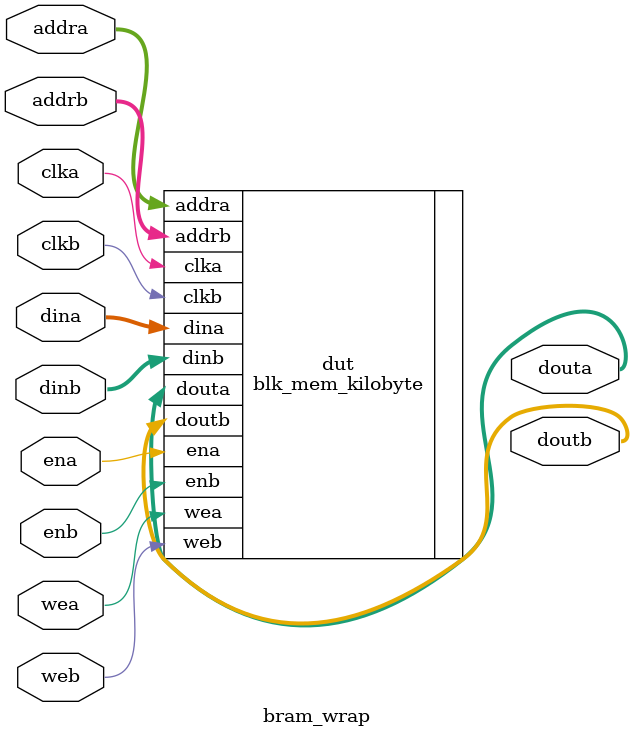
<source format=sv>
`timescale 1 ns / 1 ps

module bram_wrap(
  input wire clka,
  input wire [9:0] addra,
  input wire [7:0] dina,
  output logic [7:0] douta,
  input wire ena,
  input wire wea,
  input wire clkb,
  input wire [9:0] addrb,
  input wire [7:0] dinb,
  output logic [7:0] doutb,
  input wire enb,
  input wire web
);

  blk_mem_kilobyte dut(
    // Outputs
    .douta               (douta[7:0]),
    .doutb               (doutb[7:0]),
    // Inputs
    .clka                (clka),
    .addra               (addra[9:0]),
    .dina                (dina[7:0]),
    .ena                 (ena),
    .wea                 (wea),
    .clkb                (clkb),
    .addrb               (addrb[9:0]),
    .dinb                (dinb[7:0]),
    .enb                 (enb),
    .web                 (web));

endmodule

</source>
